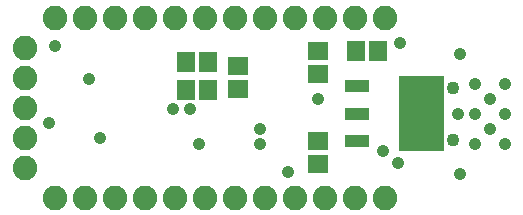
<source format=gbr>
G04 EAGLE Gerber RS-274X export*
G75*
%MOMM*%
%FSLAX34Y34*%
%LPD*%
%INSoldermask Bottom*%
%IPPOS*%
%AMOC8*
5,1,8,0,0,1.08239X$1,22.5*%
G01*
%ADD10C,1.103200*%
%ADD11R,2.103200X1.103200*%
%ADD12R,2.103200X3.403200*%
%ADD13R,1.703200X1.503200*%
%ADD14C,2.082800*%
%ADD15R,1.503200X1.703200*%
%ADD16C,1.061200*%

G36*
X370898Y56143D02*
X370898Y56143D01*
X370956Y56141D01*
X371038Y56163D01*
X371122Y56175D01*
X371175Y56199D01*
X371231Y56213D01*
X371304Y56256D01*
X371381Y56291D01*
X371426Y56329D01*
X371476Y56359D01*
X371534Y56420D01*
X371598Y56475D01*
X371630Y56523D01*
X371670Y56566D01*
X371709Y56641D01*
X371756Y56711D01*
X371773Y56767D01*
X371800Y56819D01*
X371811Y56887D01*
X371841Y56982D01*
X371844Y57082D01*
X371855Y57150D01*
X371855Y118110D01*
X371848Y118161D01*
X371849Y118181D01*
X371848Y118185D01*
X371849Y118226D01*
X371827Y118308D01*
X371815Y118392D01*
X371792Y118445D01*
X371777Y118501D01*
X371734Y118574D01*
X371699Y118651D01*
X371661Y118696D01*
X371632Y118746D01*
X371570Y118804D01*
X371516Y118868D01*
X371467Y118900D01*
X371424Y118940D01*
X371349Y118979D01*
X371279Y119026D01*
X371223Y119043D01*
X371171Y119070D01*
X371103Y119081D01*
X371008Y119111D01*
X370908Y119114D01*
X370840Y119125D01*
X334010Y119125D01*
X333952Y119117D01*
X333894Y119119D01*
X333812Y119097D01*
X333729Y119085D01*
X333675Y119062D01*
X333619Y119047D01*
X333546Y119004D01*
X333469Y118969D01*
X333424Y118931D01*
X333374Y118902D01*
X333316Y118840D01*
X333252Y118786D01*
X333220Y118737D01*
X333180Y118694D01*
X333141Y118619D01*
X333095Y118549D01*
X333077Y118493D01*
X333050Y118441D01*
X333039Y118373D01*
X333009Y118278D01*
X333006Y118178D01*
X332995Y118110D01*
X332995Y57150D01*
X333003Y57092D01*
X333001Y57034D01*
X333023Y56952D01*
X333035Y56869D01*
X333059Y56815D01*
X333073Y56759D01*
X333116Y56686D01*
X333151Y56609D01*
X333189Y56564D01*
X333219Y56514D01*
X333280Y56456D01*
X333335Y56392D01*
X333383Y56360D01*
X333426Y56320D01*
X333501Y56281D01*
X333571Y56235D01*
X333627Y56217D01*
X333679Y56190D01*
X333747Y56179D01*
X333842Y56149D01*
X333942Y56146D01*
X334010Y56135D01*
X370840Y56135D01*
X370898Y56143D01*
G37*
D10*
X379410Y65630D03*
X379410Y109630D03*
D11*
X298110Y64630D03*
X298110Y87630D03*
X298110Y110630D03*
D12*
X359110Y87630D03*
D13*
X265110Y140310D03*
X265110Y121310D03*
X265110Y45110D03*
X265110Y64110D03*
D14*
X16510Y143510D03*
X16510Y118110D03*
X16510Y92710D03*
X16510Y67310D03*
X16510Y41910D03*
X41910Y168910D03*
X67310Y168910D03*
X92710Y168910D03*
X118110Y168910D03*
X143510Y168910D03*
X168910Y168910D03*
X194310Y168910D03*
X219710Y168910D03*
X245110Y168910D03*
X270510Y168910D03*
X270510Y16510D03*
X245110Y16510D03*
X219710Y16510D03*
X194310Y16510D03*
X168910Y16510D03*
X143510Y16510D03*
X118110Y16510D03*
X92710Y16510D03*
X67310Y16510D03*
X41910Y16510D03*
X295910Y16510D03*
X321310Y16510D03*
X295910Y168910D03*
X321310Y168910D03*
D15*
X315570Y140970D03*
X296570Y140970D03*
D13*
X196850Y127610D03*
X196850Y108610D03*
D15*
X172060Y131380D03*
X172060Y107380D03*
X153060Y107380D03*
X153060Y131380D03*
D16*
X383220Y87630D03*
X265110Y100330D03*
X80010Y67310D03*
X156210Y91440D03*
X215999Y62230D03*
X397510Y87630D03*
X384810Y138430D03*
X397510Y113030D03*
X410210Y100330D03*
X422910Y87630D03*
X422910Y113030D03*
X422910Y62230D03*
X410210Y74930D03*
X397510Y62230D03*
X384810Y36830D03*
X41910Y144780D03*
X163830Y62230D03*
X332290Y45530D03*
X71120Y116840D03*
X320040Y55880D03*
X36830Y80010D03*
X215900Y74930D03*
X142240Y91440D03*
X239650Y38020D03*
X334264Y147320D03*
M02*

</source>
